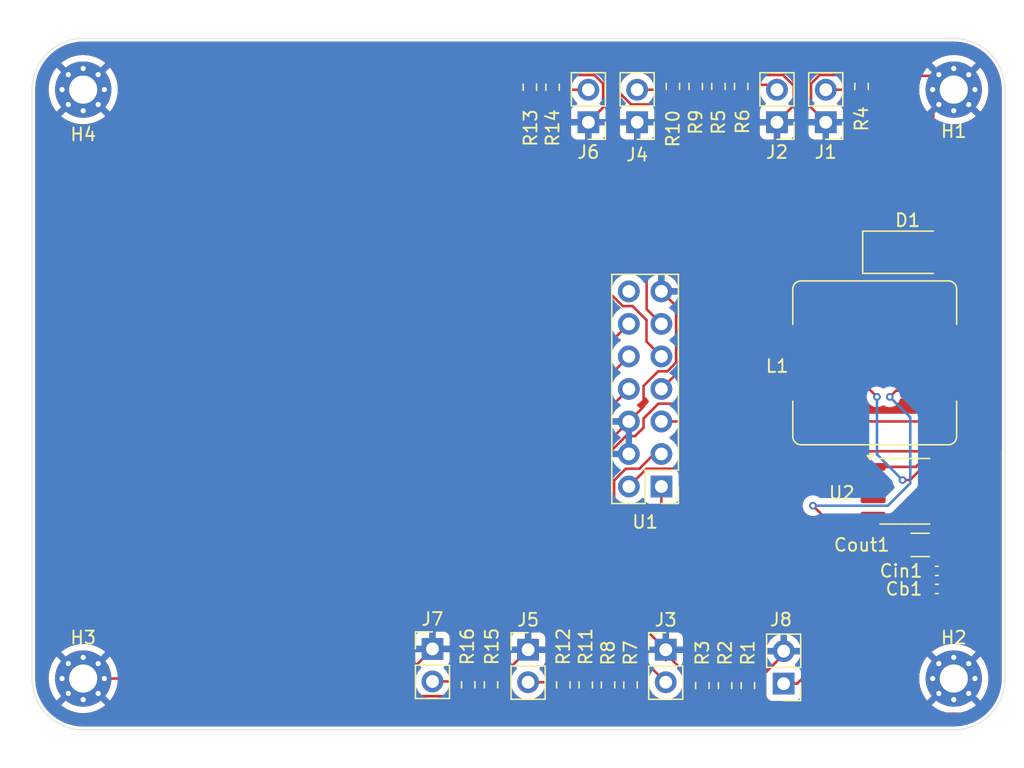
<source format=kicad_pcb>
(kicad_pcb (version 20240108) (generator "pcbnew") (generator_version "8.0")
  (layers (0 "F.Cu" signal) (31 "B.Cu" signal) (34 "B.Paste" user) (35 "F.Paste" user) (36 "B.SilkS" user "B.Silkscreen") (37 "F.SilkS" user "F.Silkscreen") (38 "B.Mask" user) (39 "F.Mask" user) (44 "Edge.Cuts" user))
  (net 0 "")
  (net 1 "Net-(D1-K)")
  (net 2 "Net-(U2-CB)")
  (net 3 "Net-(J8-Pin_1)")
  (net 4 "GND")
  (net 5 "Net-(U1-B+)")
  (net 6 "TXD_MCU_RX_Pin")
  (net 7 "RXD_5V_MCU_TX")
  (net 8 "CD_MCU_GPIO")
  (net 9 "RTS_5V_MCU_GPIO")
  (net 10 "CTS_MCU_GPIO_Input")
  (net 11 "DIAG_RX_5V_MCU_GPIO_INPUT")
  (net 12 "Net-(U1-Interrupt)")
  (net 13 "Net-(U1-RXD)")
  (net 14 "Net-(U1-CD)")
  (net 15 "Net-(U1-RTS)")
  (net 16 "Net-(U1-CTS)")
  (net 20 "Net-(U1-DTR)")
  (net 21 "Net-(U1-TXD)")
  (net 22 "Net-(U1-Diag_RX)")
  (net 23 "Net-(U1-Diag_TX)")
  (net 25 "Diag_TX_MCU_GPIO")
  (footprint "Resistor_SMD:R_0603_1608Metric" (layer "F.Cu") (at 104.14 78.549 90)
    (property "Reference" "R2" (at 2.549 0 90) (layer "F.SilkS"))
    (property "Value" "1K")
    (pad "1" smd roundrect (at -0.825 0 90) (size 0.8 0.95) (layers "F.Cu" "F.Paste" "F.Mask") (net 4 "GND"))
    (pad "2" smd roundrect (at 0.825 0 90) (size 0.8 0.95) (layers "F.Cu" "F.Paste" "F.Mask") (net 20 "Net-(U1-DTR)"))
  )
  (footprint "Connector_PinHeader_2.54mm:PinHeader_1x02_P2.54mm_Vertical" (layer "F.Cu") (at 99.5 75.75)
    (property "Reference" "J3" (at 0 -2.33 0) (layer "F.SilkS"))
    (property "Value" "cd_mcu_gpio")
    (pad "1" thru_hole rect (at 0 0) (size 1.7 1.7) (drill 1) (layers "*.Cu" "*.Mask") (net 4 "GND"))
    (pad "2" thru_hole oval (at 0 2.54) (size 1.7 1.7) (drill 1) (layers "*.Cu" "*.Mask") (net 8 "CD_MCU_GPIO"))
  )
  (footprint "Resistor_SMD:R_0603_1608Metric" (layer "F.Cu") (at 96.75 78.5 -90)
    (property "Reference" "R7" (at -2.5 0 90) (layer "F.SilkS"))
    (property "Value" "2K")
    (pad "1" smd roundrect (at -0.825 0 270) (size 0.8 0.95) (layers "F.Cu" "F.Paste" "F.Mask") (net 14 "Net-(U1-CD)"))
    (pad "2" smd roundrect (at 0.825 0 270) (size 0.8 0.95) (layers "F.Cu" "F.Paste" "F.Mask") (net 4 "GND"))
  )
  (footprint "Resistor_SMD:R_0603_1608Metric" (layer "F.Cu") (at 91.5 78.5 -90)
    (property "Reference" "R12" (at -3 0 90) (layer "F.SilkS"))
    (property "Value" "20K")
    (pad "1" smd roundrect (at -0.825 0 270) (size 0.8 0.95) (layers "F.Cu" "F.Paste" "F.Mask") (net 10 "CTS_MCU_GPIO_Input"))
    (pad "2" smd roundrect (at 0.825 0 270) (size 0.8 0.95) (layers "F.Cu" "F.Paste" "F.Mask") (net 4 "GND"))
  )
  (footprint "Connector_PinSocket_2.54mm:PinSocket_2x07_P2.54mm_Vertical" (layer "F.Cu") (at 96.62 63 180)
    (property "Reference" "U1" (at -1.27 -2.77 0) (layer "F.SilkS"))
    (property "Value" "~")
    (pad "1" thru_hole rect (at -2.54 0 180) (size 1.7 1.7) (drill 1) (layers "*.Cu" "*.Mask") (net 5 "Net-(U1-B+)"))
    (pad "2" thru_hole oval (at 0 0 180) (size 1.7 1.7) (drill 1) (layers "*.Cu" "*.Mask") (net 12 "Net-(U1-Interrupt)"))
    (pad "3" thru_hole oval (at -2.54 2.54 180) (size 1.7 1.7) (drill 1) (layers "*.Cu" "*.Mask") (net 20 "Net-(U1-DTR)"))
    (pad "4" thru_hole oval (at 0 2.54 180) (size 1.7 1.7) (drill 1) (layers "*.Cu" "*.Mask") (net 4 "GND"))
    (pad "5" thru_hole oval (at -2.54 5.08 180) (size 1.7 1.7) (drill 1) (layers "*.Cu" "*.Mask") (net 21 "Net-(U1-TXD)"))
    (pad "6" thru_hole oval (at 0 5.08 180) (size 1.7 1.7) (drill 1) (layers "*.Cu" "*.Mask") (net 4 "GND"))
    (pad "7" thru_hole oval (at -2.54 7.62 180) (size 1.7 1.7) (drill 1) (layers "*.Cu" "*.Mask") (net 13 "Net-(U1-RXD)"))
    (pad "8" thru_hole oval (at 0 7.62 180) (size 1.7 1.7) (drill 1) (layers "*.Cu" "*.Mask") (net 14 "Net-(U1-CD)"))
    (pad "9" thru_hole oval (at -2.54 10.16 180) (size 1.7 1.7) (drill 1) (layers "*.Cu" "*.Mask") (net 15 "Net-(U1-RTS)"))
    (pad "10" thru_hole oval (at 0 10.16 180) (size 1.7 1.7) (drill 1) (layers "*.Cu" "*.Mask") (net 16 "Net-(U1-CTS)"))
    (pad "11" thru_hole oval (at -2.54 12.7 180) (size 1.7 1.7) (drill 1) (layers "*.Cu" "*.Mask") (net 22 "Net-(U1-Diag_RX)"))
    (pad "12" thru_hole oval (at 0 12.7 180) (size 1.7 1.7) (drill 1) (layers "*.Cu" "*.Mask") (net 23 "Net-(U1-Diag_TX)"))
    (pad "13" thru_hole oval (at -2.54 15.24 180) (size 1.7 1.7) (drill 1) (layers "*.Cu" "*.Mask") (net 4 "GND"))
    (pad "14" thru_hole oval (at 0 15.24 180) (size 1.7 1.7) (drill 1) (layers "*.Cu" "*.Mask"))
  )
  (footprint "Diode_SMD:D_SMA" (layer "F.Cu") (at 118.396 44.704)
    (property "Reference" "D1" (at 0 -2.5 0) (layer "F.SilkS"))
    (property "Value" "SS34")
    (pad "1" smd roundrect (at -2 0) (size 2.5 1.8) (layers "F.Cu" "F.Paste" "F.Mask") (roundrect_rratio 0.1388888889) (net 1 "Net-(D1-K)"))
    (pad "2" smd roundrect (at 2 0) (size 2.5 1.8) (layers "F.Cu" "F.Paste" "F.Mask") (roundrect_rratio 0.1388888889) (net 4 "GND"))
  )
  (footprint "Resistor_SMD:R_0603_1608Metric" (layer "F.Cu") (at 94.996 78.5 90)
    (property "Reference" "R8" (at 2.5 0 90) (layer "F.SilkS"))
    (property "Value" "1K")
    (pad "1" smd roundrect (at -0.825 0 90) (size 0.8 0.95) (layers "F.Cu" "F.Paste" "F.Mask") (net 14 "Net-(U1-CD)"))
    (pad "2" smd roundrect (at 0.825 0 90) (size 0.8 0.95) (layers "F.Cu" "F.Paste" "F.Mask") (net 8 "CD_MCU_GPIO"))
  )
  (footprint "MountingHole:MountingHole_2.2mm_M2_Pad_Via" (layer "F.Cu") (at 122 78)
    (property "Reference" "H2" (at 0 -3.2 0) (layer "F.SilkS"))
    (property "Value" "MountingHole_Pad")
    (pad "1" thru_hole circle (at -1.65 0) (size 0.7 0.7) (drill 0.4) (layers "*.Cu" "*.Mask") (net 4 "GND"))
    (pad "1" thru_hole circle (at -1.166726 -1.166726) (size 0.7 0.7) (drill 0.4) (layers "*.Cu" "*.Mask") (net 4 "GND"))
    (pad "1" thru_hole circle (at -1.166726 1.166726) (size 0.7 0.7) (drill 0.4) (layers "*.Cu" "*.Mask") (net 4 "GND"))
    (pad "1" thru_hole circle (at 0 -1.65) (size 0.7 0.7) (drill 0.4) (layers "*.Cu" "*.Mask") (net 4 "GND"))
    (pad "1" thru_hole circle (at 0 0) (size 4.4 4.4) (drill 2.2) (layers "*.Cu" "*.Mask") (net 4 "GND"))
    (pad "1" thru_hole circle (at 0 1.65) (size 0.7 0.7) (drill 0.4) (layers "*.Cu" "*.Mask") (net 4 "GND"))
    (pad "1" thru_hole circle (at 1.166726 -1.166726) (size 0.7 0.7) (drill 0.4) (layers "*.Cu" "*.Mask") (net 4 "GND"))
    (pad "1" thru_hole circle (at 1.166726 1.166726) (size 0.7 0.7) (drill 0.4) (layers "*.Cu" "*.Mask") (net 4 "GND"))
    (pad "1" thru_hole circle (at 1.65 0) (size 0.7 0.7) (drill 0.4) (layers "*.Cu" "*.Mask") (net 4 "GND"))
  )
  (footprint "Connector_PinHeader_2.54mm:PinHeader_1x02_P2.54mm_Vertical" (layer "F.Cu") (at 81.28 75.687)
    (property "Reference" "J7" (at 0 -2.33 0) (layer "F.SilkS"))
    (property "Value" "diag_rx_mcu_gpio")
    (pad "1" thru_hole rect (at 0 0) (size 1.7 1.7) (drill 1) (layers "*.Cu" "*.Mask") (net 4 "GND"))
    (pad "2" thru_hole oval (at 0 2.54) (size 1.7 1.7) (drill 1) (layers "*.Cu" "*.Mask") (net 25 "Diag_TX_MCU_GPIO"))
  )
  (footprint "Resistor_SMD:R_0603_1608Metric" (layer "F.Cu") (at 88.886 31.813 90)
    (property "Reference" "R13" (at -3.187 0.058 90) (layer "F.SilkS"))
    (property "Value" "10K")
    (pad "1" smd roundrect (at -0.825 0 90) (size 0.8 0.95) (layers "F.Cu" "F.Paste" "F.Mask") (net 22 "Net-(U1-Diag_RX)"))
    (pad "2" smd roundrect (at 0.825 0 90) (size 0.8 0.95) (layers "F.Cu" "F.Paste" "F.Mask") (net 11 "DIAG_RX_5V_MCU_GPIO_INPUT"))
  )
  (footprint "Connector_PinHeader_2.54mm:PinHeader_1x02_P2.54mm_Vertical" (layer "F.Cu") (at 108.712 78.4 180)
    (property "Reference" "J8" (at 0.212 5 180) (layer "F.SilkS"))
    (property "Value" "Input (9-36V)")
    (pad "1" thru_hole rect (at 0 0 180) (size 1.7 1.7) (drill 1) (layers "*.Cu" "*.Mask") (net 3 "Net-(J8-Pin_1)"))
    (pad "2" thru_hole oval (at 0 2.54 180) (size 1.7 1.7) (drill 1) (layers "*.Cu" "*.Mask") (net 4 "GND"))
  )
  (footprint "Resistor_SMD:R_0603_1608Metric" (layer "F.Cu") (at 101.84 31.75 90)
    (property "Reference" "R9" (at -2.794 0 90) (layer "F.SilkS"))
    (property "Value" "20K")
    (pad "1" smd roundrect (at -0.825 0 90) (size 0.8 0.95) (layers "F.Cu" "F.Paste" "F.Mask") (net 15 "Net-(U1-RTS)"))
    (pad "2" smd roundrect (at 0.825 0 90) (size 0.8 0.95) (layers "F.Cu" "F.Paste" "F.Mask") (net 4 "GND"))
  )
  (footprint "Resistor_SMD:R_0603_1608Metric" (layer "F.Cu") (at 100.062 31.75 90)
    (property "Reference" "R10" (at -3.302 0 90) (layer "F.SilkS"))
    (property "Value" "10K")
    (pad "1" smd roundrect (at -0.825 0 90) (size 0.8 0.95) (layers "F.Cu" "F.Paste" "F.Mask") (net 15 "Net-(U1-RTS)"))
    (pad "2" smd roundrect (at 0.825 0 90) (size 0.8 0.95) (layers "F.Cu" "F.Paste" "F.Mask") (net 9 "RTS_5V_MCU_GPIO"))
  )
  (footprint "Capacitor_SMD:C_1206_3216Metric" (layer "F.Cu") (at 119.38 67.564 180)
    (property "Reference" "Cout1" (at 4.572 0 0) (layer "F.SilkS"))
    (property "Value" "68u")
    (pad "1" smd roundrect (at -1.475 0 180) (size 1.15 1.8) (layers "F.Cu" "F.Paste" "F.Mask") (roundrect_rratio 0.217391) (net 4 "GND"))
    (pad "2" smd roundrect (at 1.475 0 180) (size 1.15 1.8) (layers "F.Cu" "F.Paste" "F.Mask") (roundrect_rratio 0.217391) (net 5 "Net-(U1-B+)"))
  )
  (footprint "Resistor_SMD:R_0603_1608Metric" (layer "F.Cu") (at 114.794 31.75 90)
    (property "Reference" "R4" (at -2.54 0 90) (layer "F.SilkS"))
    (property "Value" "2K")
    (pad "1" smd roundrect (at -0.825 0 90) (size 0.8 0.95) (layers "F.Cu" "F.Paste" "F.Mask") (net 6 "TXD_MCU_RX_Pin"))
    (pad "2" smd roundrect (at 0.825 0 90) (size 0.8 0.95) (layers "F.Cu" "F.Paste" "F.Mask") (net 4 "GND"))
  )
  (footprint "Resistor_SMD:R_0603_1608Metric" (layer "F.Cu") (at 103.618 31.75 90)
    (property "Reference" "R5" (at -2.794 0 90) (layer "F.SilkS"))
    (property "Value" "1K")
    (pad "1" smd roundrect (at -0.825 0 90) (size 0.8 0.95) (layers "F.Cu" "F.Paste" "F.Mask") (net 13 "Net-(U1-RXD)"))
    (pad "2" smd roundrect (at 0.825 0 90) (size 0.8 0.95) (layers "F.Cu" "F.Paste" "F.Mask") (net 7 "RXD_5V_MCU_TX"))
  )
  (footprint "Resistor_SMD:R_0603_1608Metric" (layer "F.Cu") (at 105.396 31.75 90)
    (property "Reference" "R6" (at -2.75 0.104 90) (layer "F.SilkS"))
    (property "Value" "2K")
    (pad "1" smd roundrect (at -0.825 0 90) (size 0.8 0.95) (layers "F.Cu" "F.Paste" "F.Mask") (net 13 "Net-(U1-RXD)"))
    (pad "2" smd roundrect (at 0.825 0 90) (size 0.8 0.95) (layers "F.Cu" "F.Paste" "F.Mask") (net 4 "GND"))
  )
  (footprint "Resistor_SMD:R_0603_1608Metric" (layer "F.Cu") (at 90.664 31.813 90)
    (property "Reference" "R14" (at -3.187 0 90) (layer "F.SilkS"))
    (property "Value" "20K")
    (pad "1" smd roundrect (at -0.825 0 90) (size 0.8 0.95) (layers "F.Cu" "F.Paste" "F.Mask") (net 11 "DIAG_RX_5V_MCU_GPIO_INPUT"))
    (pad "2" smd roundrect (at 0.825 0 90) (size 0.8 0.95) (layers "F.Cu" "F.Paste" "F.Mask") (net 4 "GND"))
  )
  (footprint "Connector_PinHeader_2.54mm:PinHeader_1x02_P2.54mm_Vertical" (layer "F.Cu") (at 108.19 34.549 180)
    (property "Reference" "J2" (at 0 -2.33 0) (layer "F.SilkS"))
    (property "Value" "rxd_5V_mcu_tx")
    (pad "1" thru_hole rect (at 0 0 180) (size 1.7 1.7) (drill 1) (layers "*.Cu" "*.Mask") (net 4 "GND"))
    (pad "2" thru_hole oval (at 0 2.54 180) (size 1.7 1.7) (drill 1) (layers "*.Cu" "*.Mask") (net 7 "RXD_5V_MCU_TX"))
  )
  (footprint "Connector_PinHeader_2.54mm:PinHeader_1x02_P2.54mm_Vertical" (layer "F.Cu") (at 88.75 75.75)
    (property "Reference" "J5" (at 0 -2.33 0) (layer "F.SilkS"))
    (property "Value" "cts_mcu_gpio_input")
    (pad "1" thru_hole rect (at 0 0) (size 1.7 1.7) (drill 1) (layers "*.Cu" "*.Mask") (net 4 "GND"))
    (pad "2" thru_hole oval (at 0 2.54) (size 1.7 1.7) (drill 1) (layers "*.Cu" "*.Mask") (net 10 "CTS_MCU_GPIO_Input"))
  )
  (footprint "Capacitor_SMD:C_0402_1005Metric" (layer "F.Cu") (at 120.678 69.596)
    (property "Reference" "Cin1" (at -2.794 0 0) (layer "F.SilkS"))
    (property "Value" "100u")
    (pad "1" smd roundrect (at -0.48 0) (size 0.56 0.62) (layers "F.Cu" "F.Paste" "F.Mask") (net 4 "GND"))
    (pad "2" smd roundrect (at 0.48 0) (size 0.56 0.62) (layers "F.Cu" "F.Paste" "F.Mask") (net 3 "Net-(J8-Pin_1)"))
  )
  (footprint "Capacitor_SMD:C_0402_1005Metric" (layer "F.Cu") (at 120.678 71)
    (property "Reference" "Cb1" (at -2.568 0 0) (layer "F.SilkS"))
    (property "Value" "10n")
    (pad "1" smd roundrect (at -0.48 0) (size 0.56 0.62) (layers "F.Cu" "F.Paste" "F.Mask") (net 2 "Net-(U2-CB)"))
    (pad "2" smd roundrect (at 0.48 0) (size 0.56 0.62) (layers "F.Cu" "F.Paste" "F.Mask") (net 1 "Net-(D1-K)"))
  )
  (footprint "Resistor_SMD:R_0603_1608Metric" (layer "F.Cu") (at 105.918 78.549 -90)
    (property "Reference" "R1" (at -2.549 0 90) (layer "F.SilkS"))
    (property "Value" "10K")
    (pad "1" smd roundrect (at -0.825 0 270) (size 0.8 0.95) (layers "F.Cu" "F.Paste" "F.Mask") (net 5 "Net-(U1-B+)"))
    (pad "2" smd roundrect (at 0.825 0 270) (size 0.8 0.95) (layers "F.Cu" "F.Paste" "F.Mask") (net 12 "Net-(U1-Interrupt)"))
  )
  (footprint "Connector_PinHeader_2.54mm:PinHeader_1x02_P2.54mm_Vertical" (layer "F.Cu") (at 93.458 34.549 180)
    (property "Reference" "J6" (at 0 -2.33 0) (layer "F.SilkS"))
    (property "Value" "diag_rx_5V_mcu_gpio_input")
    (pad "1" thru_hole rect (at 0 0 180) (size 1.7 1.7) (drill 1) (layers "*.Cu" "*.Mask") (net 4 "GND"))
    (pad "2" thru_hole oval (at 0 2.54 180) (size 1.7 1.7) (drill 1) (layers "*.Cu" "*.Mask") (net 11 "DIAG_RX_5V_MCU_GPIO_INPUT"))
  )
  (footprint "MountingHole:MountingHole_2.2mm_M2_Pad_Via" (layer "F.Cu") (at 122 32)
    (property "Reference" "H1" (at 0 3.25 0) (layer "F.SilkS"))
    (property "Value" "MountingHole_Pad")
    (pad "1" thru_hole circle (at -1.65 0) (size 0.7 0.7) (drill 0.4) (layers "*.Cu" "*.Mask") (net 4 "GND"))
    (pad "1" thru_hole circle (at -1.166726 -1.166726) (size 0.7 0.7) (drill 0.4) (layers "*.Cu" "*.Mask") (net 4 "GND"))
    (pad "1" thru_hole circle (at -1.166726 1.166726) (size 0.7 0.7) (drill 0.4) (layers "*.Cu" "*.Mask") (net 4 "GND"))
    (pad "1" thru_hole circle (at 0 -1.65) (size 0.7 0.7) (drill 0.4) (layers "*.Cu" "*.Mask") (net 4 "GND"))
    (pad "1" thru_hole circle (at 0 0) (size 4.4 4.4) (drill 2.2) (layers "*.Cu" "*.Mask") (net 4 "GND"))
    (pad "1" thru_hole circle (at 0 1.65) (size 0.7 0.7) (drill 0.4) (layers "*.Cu" "*.Mask") (net 4 "GND"))
    (pad "1" thru_hole circle (at 1.166726 -1.166726) (size 0.7 0.7) (drill 0.4) (layers "*.Cu" "*.Mask") (net 4 "GND"))
    (pad "1" thru_hole circle (at 1.166726 1.166726) (size 0.7 0.7) (drill 0.4) (layers "*.Cu" "*.Mask") (net 4 "GND"))
    (pad "1" thru_hole circle (at 1.65 0) (size 0.7 0.7) (drill 0.4) (layers "*.Cu" "*.Mask") (net 4 "GND"))
  )
  (footprint "Resistor_SMD:R_0603_1608Metric" (layer "F.Cu") (at 93.25 78.5 -90)
    (property "Reference" "R11" (at -3 0 -90) (layer "F.SilkS"))
    (property "Value" "10K")
    (pad "1" smd roundrect (at -0.825 0 270) (size 0.8 0.95) (layers "F.Cu" "F.Paste" "F.Mask") (net 16 "Net-(U1-CTS)"))
    (pad "2" smd roundrect (at 0.825 0 270) (size 0.8 0.95) (layers "F.Cu" "F.Paste" "F.Mask") (net 10 "CTS_MCU_GPIO_Input"))
  )
  (footprint "Package_SO:SOIC-8_3.9x4.9mm_P1.27mm" (layer "F.Cu") (at 118.175 63.373)
    (property "Reference" "U2" (at -4.925 0.127 0) (layer "F.SilkS"))
    (property "Value" "LM2675M-5")
    (pad "1" smd roundrect (at -2.475 -1.905) (size 1.95 0.6) (layers "F.Cu" "F.Paste" "F.Mask") (net 2 "Net-(U2-CB)"))
    (pad "2" smd roundrect (at -2.475 -0.635) (size 1.95 0.6) (layers "F.Cu" "F.Paste" "F.Mask"))
    (pad "3" smd roundrect (at -2.475 0.635) (size 1.95 0.6) (layers "F.Cu" "F.Paste" "F.Mask"))
    (pad "4" smd roundrect (at -2.475 1.905) (size 1.95 0.6) (layers "F.Cu" "F.Paste" "F.Mask") (net 5 "Net-(U1-B+)"))
    (pad "5" smd roundrect (at 2.475 1.905) (size 1.95 0.6) (layers "F.Cu" "F.Paste" "F.Mask"))
    (pad "6" smd roundrect (at 2.475 0.635) (size 1.95 0.6) (layers "F.Cu" "F.Paste" "F.Mask") (net 4 "GND"))
    (pad "7" smd roundrect (at 2.475 -0.635) (size 1.95 0.6) (layers "F.Cu" "F.Paste" "F.Mask") (net 3 "Net-(J8-Pin_1)"))
    (pad "8" smd roundrect (at 2.475 -1.905) (size 1.95 0.6) (layers "F.Cu" "F.Paste" "F.Mask") (net 1 "Net-(D1-K)"))
  )
  (footprint "Connector_PinHeader_2.54mm:PinHeader_1x02_P2.54mm_Vertical" (layer "F.Cu") (at 97.268 34.549 180)
    (property "Reference" "J4" (at 0 -2.54 0) (layer "F.SilkS"))
    (property "Value" "rts_5V_mcu_gpio")
    (pad "1" thru_hole rect (at 0 0 180) (size 1.7 1.7) (drill 1) (layers "*.Cu" "*.Mask") (net 4 "GND"))
    (pad "2" thru_hole oval (at 0 2.54 180) (size 1.7 1.7) (drill 1) (layers "*.Cu" "*.Mask") (net 9 "RTS_5V_MCU_GPIO"))
  )
  (footprint "MountingHole:MountingHole_2.2mm_M2_Pad_Via" (layer "F.Cu") (at 54 78)
    (property "Reference" "H3" (at 0 -3.2 0) (layer "F.SilkS"))
    (property "Value" "MountingHole_Pad")
    (pad "1" thru_hole circle (at -1.65 0) (size 0.7 0.7) (drill 0.4) (layers "*.Cu" "*.Mask") (net 4 "GND"))
    (pad "1" thru_hole circle (at -1.166726 -1.166726) (size 0.7 0.7) (drill 0.4) (layers "*.Cu" "*.Mask") (net 4 "GND"))
    (pad "1" thru_hole circle (at -1.166726 1.166726) (size 0.7 0.7) (drill 0.4) (layers "*.Cu" "*.Mask") (net 4 "GND"))
    (pad "1" thru_hole circle (at 0 -1.65) (size 0.7 0.7) (drill 0.4) (layers "*.Cu" "*.Mask") (net 4 "GND"))
    (pad "1" thru_hole circle (at 0 0) (size 4.4 4.4) (drill 2.2) (layers "*.Cu" "*.Mask") (net 4 "GND"))
    (pad "1" thru_hole circle (at 0 1.65) (size 0.7 0.7) (drill 0.4) (layers "*.Cu" "*.Mask") (net 4 "GND"))
    (pad "1" thru_hole circle (at 1.166726 -1.166726) (size 0.7 0.7) (drill 0.4) (layers "*.Cu" "*.Mask") (net 4 "GND"))
    (pad "1" thru_hole circle (at 1.166726 1.166726) (size 0.7 0.7) (drill 0.4) (layers "*.Cu" "*.Mask") (net 4 "GND"))
    (pad "1" thru_hole circle (at 1.65 0) (size 0.7 0.7) (drill 0.4) (layers "*.Cu" "*.Mask") (net 4 "GND"))
  )
  (footprint "Resistor_SMD:R_0603_1608Metric" (layer "F.Cu") (at 102.362 78.549 90)
    (property "Reference" "R3" (at 2.549 0 90) (layer "F.SilkS"))
    (property "Value" "1K")
    (pad "1" smd roundrect (at -0.825 0 90) (size 0.8 0.95) (layers "F.Cu" "F.Paste" "F.Mask") (net 21 "Net-(U1-TXD)"))
    (pad "2" smd roundrect (at 0.825 0 90) (size 0.8 0.95) (layers "F.Cu" "F.Paste" "F.Mask") (net 6 "TXD_MCU_RX_Pin"))
  )
  (footprint "MountingHole:MountingHole_2.2mm_M2_Pad_Via" (layer "F.Cu") (at 54 32)
    (property "Reference" "H4" (at 0 3.5 0) (layer "F.SilkS"))
    (property "Value" "MountingHole_Pad")
    (pad "1" thru_hole circle (at -1.65 0) (size 0.7 0.7) (drill 0.4) (layers "*.Cu" "*.Mask") (net 4 "GND"))
    (pad "1" thru_hole circle (at -1.166726 -1.166726) (size 0.7 0.7) (drill 0.4) (layers "*.Cu" "*.Mask") (net 4 "GND"))
    (pad "1" thru_hole circle (at -1.166726 1.166726) (size 0.7 0.7) (drill 0.4) (layers "*.Cu" "*.Mask") (net 4 "GND"))
    (pad "1" thru_hole circle (at 0 -1.65) (size 0.7 0.7) (drill 0.4) (layers "*.Cu" "*.Mask") (net 4 "GND"))
    (pad "1" thru_hole circle (at 0 0) (size 4.4 4.4) (drill 2.2) (layers "*.Cu" "*.Mask") (net 4 "GND"))
    (pad "1" thru_hole circle (at 0 1.65) (size 0.7 0.7) (drill 0.4) (layers "*.Cu" "*.Mask") (net 4 "GND"))
    (pad "1" thru_hole circle (at 1.166726 -1.166726) (size 0.7 0.7) (drill 0.4) (layers "*.Cu" "*.Mask") (net 4 "GND"))
    (pad "1" thru_hole circle (at 1.166726 1.166726) (size 0.7 0.7) (drill 0.4) (layers "*.Cu" "*.Mask") (net 4 "GND"))
    (pad "1" thru_hole circle (at 1.65 0) (size 0.7 0.7) (drill 0.4) (layers "*.Cu" "*.Mask") (net 4 "GND"))
  )
  (footprint "Inductor_SMD:L_Bourns_SRR1260" (layer "F.Cu") (at 115.824 53.34)
    (property "Reference" "L1" (at -7.62 0.254 0) (layer "F.SilkS"))
    (property "Value" "47u")
    (pad "1" smd rect (at -4.85 0) (size 2.9 5.4) (layers "F.Cu" "F.Paste" "F.Mask") (net 1 "Net-(D1-K)"))
    (pad "2" smd rect (at 4.85 0) (size 2.9 5.4) (layers "F.Cu" "F.Paste" "F.Mask") (net 5 "Net-(U1-B+)"))
  )
  (footprint "Resistor_SMD:R_0603_1608Metric" (layer "F.Cu") (at 84.074 78.486 -90)
    (property "Reference" "R16" (at -2.986 0.074 90) (layer "F.SilkS"))
    (property "Value" "20K")
    (pad "1" smd roundrect (at -0.825 0 270) (size 0.8 0.95) (layers "F.Cu" "F.Paste" "F.Mask") (net 25 "Diag_TX_MCU_GPIO"))
    (pad "2" smd roundrect (at 0.825 0 270) (size 0.8 0.95) (layers "F.Cu" "F.Paste" "F.Mask") (net 4 "GND"))
  )
  (footprint "Connector_PinHeader_2.54mm:PinHeader_1x02_P2.54mm_Vertical" (layer "F.Cu") (at 112 34.549 180)
    (property "Reference" "J1" (at 0 -2.33 0) (layer "F.SilkS"))
    (property "Value" "txd_mcu_rx_pin")
    (pad "1" thru_hole rect (at 0 0 180) (size 1.7 1.7) (drill 1) (layers "*.Cu" "*.Mask") (net 4 "GND"))
    (pad "2" thru_hole oval (at 0 2.54 180) (size 1.7 1.7) (drill 1) (layers "*.Cu" "*.Mask") (net 6 "TXD_MCU_RX_Pin"))
  )
  (footprint "Resistor_SMD:R_0603_1608Metric" (layer "F.Cu") (at 85.852 78.486 -90)
    (property "Reference" "R15" (at -2.986 -0.07 -90) (layer "F.SilkS"))
    (property "Value" "10K")
    (pad "1" smd roundrect (at -0.825 0 270) (size 0.8 0.95) (layers "F.Cu" "F.Paste" "F.Mask") (net 23 "Net-(U1-Diag_TX)"))
    (pad "2" smd roundrect (at 0.825 0 270) (size 0.8 0.95) (layers "F.Cu" "F.Paste" "F.Mask") (net 25 "Diag_TX_MCU_GPIO"))
  )
  (gr_line (start 126 32) (end 126 78) (stroke (width 0.05)) (layer "Edge.Cuts"))
  (gr_arc (start 54 82) (mid 51.171573 80.828427) (end 50 78) (stroke (width 0.05)) (layer "Edge.Cuts"))
  (gr_line (start 54 82) (end 122 82) (stroke (width 0.05)) (layer "Edge.Cuts"))
  (gr_arc (start 126 78) (mid 124.828427 80.828427) (end 122 82) (stroke (width 0.05)) (layer "Edge.Cuts"))
  (gr_arc (start 50 32) (mid 51.171573 29.171573) (end 54 28) (stroke (width 0.05)) (layer "Edge.Cuts"))
  (gr_arc (start 122 28) (mid 124.828427 29.171573) (end 126 32) (stroke (width 0.05)) (layer "Edge.Cuts"))
  (gr_line (start 50 78) (end 50 32) (stroke (width 0.05)) (layer "Edge.Cuts"))
  (gr_line (start 54 28) (end 122 28) (stroke (width 0.05)) (layer "Edge.Cuts"))
  (segment (start 124 63.843001) (end 121.624999 61.468) (width 0.2) (layer "F.Cu") (net 1))
  (segment (start 124 68.158) (end 124 63.843001) (width 0.2) (layer "F.Cu") (net 1))
  (segment (start 116.396 44.704) (end 116.396 47.918) (width 0.2) (layer "F.Cu") (net 1))
  (segment (start 118.568134 62.5) (end 119.600134 61.468) (width 0.2) (layer "F.Cu") (net 1))
  (segment (start 121.624999 61.468) (end 120.65 61.468) (width 0.2) (layer "F.Cu") (net 1))
  (segment (start 116.396 47.918) (end 110.974 53.34) (width 0.2) (layer "F.Cu") (net 1))
  (segment (start 119.600134 61.468) (end 120.65 61.468) (width 0.2) (layer "F.Cu") (net 1))
  (segment (start 121.158 71) (end 121.158 70.842) (width 0.2) (layer "F.Cu") (net 1))
  (segment (start 118 62.5) (end 118.568134 62.5) (width 0.2) (layer "F.Cu") (net 1))
  (segment (start 113.34 53.34) (end 116 56) (width 0.2) (layer "F.Cu") (net 1))
  (segment (start 121.158 71) (end 124 68.158) (width 0.2) (layer "F.Cu") (net 1))
  (segment (start 110.974 53.34) (end 113.34 53.34) (width 0.2) (layer "F.Cu") (net 1))
  (via (at 118 62.5) (size 0.6) (drill 0.3) (layers "F.Cu" "B.Cu") (net 1))
  (via (at 116 56) (size 0.6) (drill 0.3) (layers "F.Cu" "B.Cu") (net 1))
  (segment (start 116 60.5) (end 118 62.5) (width 0.2) (layer "B.Cu") (net 1))
  (segment (start 116 56) (end 116 60.5) (width 0.2) (layer "B.Cu") (net 1))
  (segment (start 120.198 71) (end 120.198 71.698) (width 0.2) (layer "F.Cu") (net 2))
  (segment (start 123 73) (end 124.4 71.6) (width 0.2) (layer "F.Cu") (net 2))
  (segment (start 119.634448 60.868) (end 119.034448 61.468) (width 0.2) (layer "F.Cu") (net 2))
  (segment (start 119.034448 61.468) (end 115.7 61.468) (width 0.2) (layer "F.Cu") (net 2))
  (segment (start 121.5 73) (end 123 73) (width 0.2) (layer "F.Cu") (net 2))
  (segment (start 121.665552 60.868) (end 119.634448 60.868) (width 0.2) (layer "F.Cu") (net 2))
  (segment (start 124.4 63.602448) (end 121.665552 60.868) (width 0.2) (layer "F.Cu") (net 2))
  (segment (start 124.4 71.6) (end 124.4 63.602448) (width 0.2) (layer "F.Cu") (net 2))
  (segment (start 120.198 71.698) (end 121.5 73) (width 0.2) (layer "F.Cu") (net 2))
  (segment (start 121.158 69.596) (end 123.5 67.254) (width 0.2) (layer "F.Cu") (net 3))
  (segment (start 108.712 78.29) (end 108.578 78.424) (width 0.2) (layer "F.Cu") (net 3))
  (segment (start 123.5 64.434314) (end 121.803686 62.738) (width 0.2) (layer "F.Cu") (net 3))
  (segment (start 119.375 63.667448) (end 120.304448 62.738) (width 0.2) (layer "F.Cu") (net 3))
  (segment (start 108.712 78.4) (end 109.762 78.4) (width 0.2) (layer "F.Cu") (net 3))
  (segment (start 119.375 68.787) (end 119.375 63.667448) (width 0.2) (layer "F.Cu") (net 3))
  (segment (start 121.803686 62.738) (end 120.65 62.738) (width 0.2) (layer "F.Cu") (net 3))
  (segment (start 120.304448 62.738) (end 120.65 62.738) (width 0.2) (layer "F.Cu") (net 3))
  (segment (start 123.5 67.254) (end 123.5 64.434314) (width 0.2) (layer "F.Cu") (net 3))
  (segment (start 109.002 78) (end 108.712 78.29) (width 0.2) (layer "F.Cu") (net 3))
  (segment (start 109.762 78.4) (end 119.375 68.787) (width 0.2) (layer "F.Cu") (net 3))
  (segment (start 99.16 36.442648) (end 99.16 47.76) (width 0.2) (layer "F.Cu") (net 4))
  (segment (start 121.624999 64.008) (end 121.925 64.308001) (width 0.2) (layer "F.Cu") (net 4))
  (segment (start 120.396 33.604) (end 122 32) (width 0.2) (layer "F.Cu") (net 4))
  (segment (start 121.925 66.494) (end 120.855 67.564) (width 0.2) (layer "F.Cu") (net 4))
  (segment (start 100.31 53.316346) (end 99.626346 54) (width 0.2) (layer "F.Cu") (net 4))
  (segment (start 120.396 44.704) (end 120.396 33.604) (width 0.2) (layer "F.Cu") (net 4))
  (segment (start 91.5 79.325) (end 90.825 80) (width 0.2) (layer "F.Cu") (net 4))
  (segment (start 78.967 78) (end 81.28 75.687) (width 0.2) (layer "F.Cu") (net 4))
  (segment (start 103.44 78.674) (end 104.14 79.374) (width 0.2) (layer "F.Cu") (net 4))
  (segment (start 120.198 69.596) (end 119.618 70.176) (width 0.2) (layer "F.Cu") (net 4))
  (segment (start 99.5 75.75) (end 94.621 70.871) (width 0.2) (layer "F.Cu") (net 4))
  (segment (start 102.843 32.759648) (end 102.843 31.928) (width 0.2) (layer "F.Cu") (net 4))
  (segment (start 84.074 79.311) (end 84.008 79.377) (width 0.2) (layer "F.Cu") (net 4))
  (segment (start 97 80.5) (end 101 80.5) (width 0.2) (layer "F.Cu") (net 4))
  (segment (start 90.825 80) (end 86.5 80) (width 0.2) (layer "F.Cu") (net 4))
  (segment (start 102.843 31.928) (end 101.84 30.925) (width 0.2) (layer "F.Cu") (net 4))
  (segment (start 120.925 30.925) (end 122 32) (width 0.2) (layer "F.Cu") (net 4))
  (segment (start 109.5 31.692654) (end 109.5 33.239) (width 0.2) (layer "F.Cu") (net 4))
  (segment (start 102.124352 78.674) (end 103 78.674) (width 0.2) (layer "F.Cu") (net 4))
  (segment (start 120.65 64.008) (end 121.624999 64.008) (width 0.2) (layer "F.Cu") (net 4))
  (segment (start 99.5 76.575) (end 99.5 75.75) (width 0.2) (layer "F.Cu") (net 4))
  (segment (start 56.199999 29.800001) (end 100.715001 29.800001) (width 0.2) (layer "F.Cu") (net 4))
  (segment (start 101.874352 78.674) (end 103 78.674) (width 0.2) (layer "F.Cu") (net 4))
  (segment (start 121.925 64.308001) (end 121.925 66.494) (width 0.2) (layer "F.Cu") (net 4))
  (segment (start 119.618 75.618) (end 122 78) (width 0.2) (layer "F.Cu") (net 4))
  (segment (start 99.5 76.049648) (end 102.124352 78.674) (width 0.2) (layer "F.Cu") (net 4))
  (segment (start 108.666346 30.859) (end 109.5 31.692654) (width 0.2) (layer "F.Cu") (net 4))
  (segment (start 54 78) (end 77.75 78) (width 0.2) (layer "F.Cu") (net 4))
  (segment (start 100.715001 29.800001) (end 101.84 30.925) (width 0.2) (layer "F.Cu") (net 4))
  (segment (start 103 78.674) (end 103.44 78.674) (width 0.2) (layer "F.Cu") (net 4))
  (segment (start 96.05 80.025) (end 92.2 80.025) (width 0.2) (layer "F.Cu") (net 4))
  (segment (start 84.774 80.011) (end 84.074 79.311) (width 0.2) (layer "F.Cu") (net 4))
  (segment (start 101.551324 34.051324) (end 102.843 32.759648) (width 0.2) (layer "F.Cu") (net 4))
  (segment (start 99.626346 54) (end 98.913654 54) (width 0.2) (layer "F.Cu") (net 4))
  (segment (start 97.268 34.549) (end 101.053648 34.549) (width 0.2) (layer "F.Cu") (net 4))
  (segment (start 102.54 30.225) (end 104.696 30.225) (width 0.2) (layer "F.Cu") (net 4))
  (segment (start 90.793 30.859) (end 93.934346 30.859) (width 0.2) (layer "F.Cu") (net 4))
  (segment (start 104.84 78.674) (end 104.14 79.374) (width 0.2) (layer "F.Cu") (net 4))
  (segment (start 86.5 80) (end 86.489 80.011) (width 0.2) (layer "F.Cu") (net 4))
  (segment (start 98.913654 54) (end 97.77 55.143654) (width 0.2) (layer "F.Cu") (net 4))
  (segment (start 101.551324 34.051324) (end 99.16 36.442648) (width 0.2) (layer "F.Cu") (net 4))
  (segment (start 111.523654 30.859) (end 114.728 30.859) (width 0.2) (layer "F.Cu") (net 4))
  (segment (start 94.608 33.399) (end 93.458 34.549) (width 0.2) (layer "F.Cu") (net 4))
  (segment (start 108.19 34.549) (end 112 34.549) (width 0.2) (layer "F.Cu") (net 4))
  (segment (start 100.31 48.91) (end 100.31 53.316346) (width 0.2) (layer "F.Cu") (net 4))
  (segment (start 109.5 33.239) (end 108.19 34.549) (width 0.2) (layer "F.Cu") (net 4))
  (segment (start 88.75 75.75) (end 86.627 77.873) (width 0.2) (layer "F.Cu") (net 4))
  (segment (start 54 32) (end 56.199999 29.800001) (width 0.2) (layer "F.Cu") (net 4))
  (segment (start 96.75 79.325) (end 96.05 80.025) (width 0.2) (layer "F.Cu") (net 4))
  (segment (start 96.865 79.44) (end 96.865 80.365) (width 0.2) (layer "F.Cu") (net 4))
  (segment (start 94.621 59.919) (end 96.62 57.92) (width 0.2) (layer "F.Cu") (net 4))
  (segment (start 105.396 30.925) (end 105.871 30.925) (width 0.2) (layer "F.Cu") (net 4))
  (segment (start 120.855 68.939) (end 120.198 69.596) (width 0.2) (layer "F.Cu") (net 4))
  (segment (start 105.871 30.925) (end 105.937 30.859) (width 0.2) (layer "F.Cu") (net 4))
  (segment (start 114.794 30.925) (end 120.925 30.925) (width 0.2) (layer "F.Cu") (net 4))
  (segment (start 101 80.5) (end 101 79.548352) (width 0.2) (layer "F.Cu") (net 4))
  (segment (start 108.712 76.117648) (end 106.155648 78.674) (width 0.2) (layer "F.Cu") (net 4))
  (segment (start 99.5 75.75) (end 99.5 76.049648) (width 0.2) (layer "F.Cu") (net 4))
  (segment (start 122 78) (end 120.054843 79.945157) (width 0.2) (layer "F.Cu") (net 4))
  (segment (start 77.75 78) (end 78.967 78) (width 0.2) (layer "F.Cu") (net 4))
  (segment (start 119.618 70.176) (end 119.618 75.618) (width 0.2) (layer "F.Cu") (net 4))
  (segment (start 93.934346 30.859) (end 94.608 31.532654) (width 0.2) (layer "F.Cu") (net 4))
  (segment (start 99.16 47.76) (end 100.31 48.91) (width 0.2) (layer "F.Cu") (net 4))
  (segment (start 92.2 80.025) (end 91.5 79.325) (width 0.2) (layer "F.Cu") (net 4))
  (segment (start 96.75 79.325) (end 96.865 79.44) (width 0.2) (layer "F.Cu") (net 4))
  (segment (start 84.008 79.377) (end 79.127 79.377) (width 0.2) (layer "F.Cu") (net 4))
  (segment (start 104.696 30.225) (end 105.396 30.925) (width 0.2) (layer "F.Cu") (net 4))
  (segment (start 88.75 75.75) (end 88.75 75.950648) (width 0.2) (layer "F.Cu") (net 4))
  (segment (start 120.054843 79.945157) (end 107.676805 79.945157) (width 0.2) (layer "F.Cu") (net 4))
  (segment (start 101.84 30.925) (end 102.54 30.225) (width 0.2) (layer "F.Cu") (net 4))
  (segment (start 90.664 30.988) (end 90.793 30.859) (width 0.2) (layer "F.Cu") (net 4))
  (segment (start 79.127 79.377) (end 77.75 78) (width 0.2) (layer "F.Cu") (net 4))
  (segment (start 110.85 33.399) (end 110.85 31.532654) (width 0.2) (layer "F.Cu") (net 4))
  (segment (start 97.77 55.143654) (end 97.77 56.77) (width 0.2) (layer "F.Cu") (net 4))
  (segment (start 93.458 34.549) (end 97.268 34.549) (width 0.2) (layer "F.Cu") (net 4))
  (segment (start 120.855 67.564) (end 120.855 68.939) (width 0.2) (layer "F.Cu") (net 4))
  (segment (start 114.728 30.859) (end 114.794 30.925) (width 0.2) (layer "F.Cu") (net 4))
  (segment (start 94.621 70.871) (end 94.621 59.919) (width 0.2) (layer "F.Cu") (net 4))
  (segment (start 101.053648 34.549) (end 101.551324 34.051324) (width 0.2) (layer "F.Cu") (net 4))
  (segment (start 107.676805 79.945157) (end 106.405648 78.674) (width 0.2) (layer "F.Cu") (net 4))
  (segment (start 86.489 80.011) (end 84.774 80.011) (width 0.2) (layer "F.Cu") (net 4))
  (segment (start 96.865 80.365) (end 97 80.5) (width 0.2) (layer "F.Cu") (net 4))
  (segment (start 86.627 77.873) (end 86.627 79.873) (width 0.2) (layer "F.Cu") (net 4))
  (segment (start 112 34.549) (end 110.85 33.399) (width 0.2) (layer "F.Cu") (net 4))
  (segment (start 105.937 30.859) (end 108.666346 30.859) (width 0.2) (layer "F.Cu") (net 4))
  (segment (start 97.77 56.77) (end 96.62 57.92) (width 0.2) (layer "F.Cu") (net 4))
  (segment (start 106.405648 78.674) (end 105.5 78.674) (width 0.2) (layer "F.Cu") (net 4))
  (segment (start 101 79.548352) (end 101.874352 78.674) (width 0.2) (layer "F.Cu") (net 4))
  (segment (start 105.5 78.674) (end 104.84 78.674) (width 0.2) (layer "F.Cu") (net 4))
  (segment (start 94.608 31.532654) (end 94.608 33.399) (width 0.2) (layer "F.Cu") (net 4))
  (segment (start 86.627 79.873) (end 86.5 80) (width 0.2) (layer "F.Cu") (net 4))
  (segment (start 110.85 31.532654) (end 111.523654 30.859) (width 0.2) (layer "F.Cu") (net 4))
  (segment (start 108.712 75.86) (end 108.712 76.117648) (width 0.2) (layer "F.Cu") (net 4))
  (segment (start 106.155648 78.674) (end 105.5 78.674) (width 0.2) (layer "F.Cu") (net 4))
  (segment (start 99.68 47.76) (end 99.7 47.76) (width 0.2) (layer "B.Cu") (net 4))
  (segment (start 96.62 57.92) (end 96.62 60.46) (width 0.2) (layer "B.Cu") (net 4))
  (segment (start 99.16 63) (end 99.16 70.966) (width 0.2) (layer "F.Cu") (net 5))
  (segment (start 111.778 65.278) (end 115.7 65.278) (width 0.2) (layer "F.Cu") (net 5))
  (segment (start 120.674 53.34) (end 118.5 55.514) (width 0.2) (layer "F.Cu") (net 5))
  (segment (start 105.918 74.082) (end 105.918 77.724) (width 0.2) (layer "F.Cu") (net 5))
  (segment (start 107.5 72.5) (end 105.918 74.082) (width 0.2) (layer "F.Cu") (net 5))
  (segment (start 117.905 67.564) (end 115.7 65.359) (width 0.2) (layer "F.Cu") (net 5))
  (segment (start 111 64.5) (end 111.778 65.278) (width 0.2) (layer "F.Cu") (net 5))
  (segment (start 115.7 65.359) (end 115.7 65.278) (width 0.2) (layer "F.Cu") (net 5))
  (segment (start 109.726352 72.5) (end 107.5 72.5) (width 0.2) (layer "F.Cu") (net 5))
  (segment (start 117.486 55.514) (end 117 56) (width 0.2) (layer "F.Cu") (net 5))
  (segment (start 114.662352 67.564) (end 109.726352 72.5) (width 0.2) (layer "F.Cu") (net 5))
  (segment (start 117.905 67.564) (end 114.662352 67.564) (width 0.2) (layer "F.Cu") (net 5))
  (segment (start 118.5 55.514) (end 117.486 55.514) (width 0.2) (layer "F.Cu") (net 5))
  (segment (start 99.16 70.966) (end 105.918 77.724) (width 0.2) (layer "F.Cu") (net 5))
  (via (at 117 56) (size 0.6) (drill 0.3) (layers "F.Cu" "B.Cu") (net 5))
  (via (at 111 64.5) (size 0.6) (drill 0.3) (layers "F.Cu" "B.Cu") (net 5))
  (segment (start 118.6 62.748529) (end 116.848529 64.5) (width 0.2) (layer "B.Cu") (net 5))
  (segment (start 118.6 57.6) (end 118.6 62.748529) (width 0.2) (layer "B.Cu") (net 5))
  (segment (start 117 56) (end 118.6 57.6) (width 0.2) (layer "B.Cu") (net 5))
  (segment (start 116.848529 64.5) (end 111 64.5) (width 0.2) (layer "B.Cu") (net 5))
  (segment (start 100.97 56.53) (end 114.794 42.706) (width 0.2) (layer "F.Cu") (net 6))
  (segment (start 112 32.009) (end 114.228 32.009) (width 0.2) (layer "F.Cu") (net 6))
  (segment (start 95.021 60.432654) (end 96.383654 59.07) (width 0.2) (layer "F.Cu") (net 6))
  (segment (start 114.228 32.009) (end 114.794 32.575) (width 0.2) (layer "F.Cu") (net 6))
  (segment (start 95.021 68.086686) (end 95.021 60.432654) (width 0.2) (layer "F.Cu") (net 6))
  (segment (start 98.923654 56.53) (end 100.97 56.53) (width 0.2) (layer "F.Cu") (net 6))
  (segment (start 114.794 42.706) (end 114.794 32.575) (width 0.2) (layer "F.Cu") (net 6))
  (segment (start 96.383654 59.07) (end 97.096346 59.07) (width 0.2) (layer "F.Cu") (net 6))
  (segment (start 97.096346 59.07) (end 97.77 58.396346) (width 0.2) (layer "F.Cu") (net 6))
  (segment (start 102.362 75.427686) (end 95.021 68.086686) (width 0.2) (layer "F.Cu") (net 6))
  (segment (start 102.362 77.724) (end 102.362 75.427686) (width 0.2) (layer "F.Cu") (net 6))
  (segment (start 97.77 58.396346) (end 97.77 57.683654) (width 0.2) (layer "F.Cu") (net 6))
  (segment (start 97.77 57.683654) (end 98.923654 56.53) (width 0.2) (layer "F.Cu") (net 6))
  (segment (start 108.19 32.009) (end 107.806 31.625) (width 0.2) (layer "F.Cu") (net 7))
  (segment (start 107.806 31.625) (end 104.318 31.625) (width 0.2) (layer "F.Cu") (net 7))
  (segment (start 104.318 31.625) (end 103.618 30.925) (width 0.2) (layer "F.Cu") (net 7))
  (segment (start 98.185 76.975) (end 99.5 78.29) (width 0.2) (layer "F.Cu") (net 8))
  (segment (start 94.996 77.675) (end 95.696 76.975) (width 0.2) (layer "F.Cu") (net 8))
  (segment (start 95.696 76.975) (end 98.185 76.975) (width 0.2) (layer "F.Cu") (net 8))
  (segment (start 98.978 32.009) (end 100.062 30.925) (width 0.2) (layer "F.Cu") (net 9))
  (segment (start 97.268 32.009) (end 98.978 32.009) (width 0.2) (layer "F.Cu") (net 9))
  (segment (start 90.885 78.29) (end 91.5 77.675) (width 0.2) (layer "F.Cu") (net 10))
  (segment (start 88.75 78.29) (end 90.885 78.29) (width 0.2) (layer "F.Cu") (net 10))
  (segment (start 93.25 79.325) (end 93.15 79.325) (width 0.2) (layer "F.Cu") (net 10))
  (segment (start 93.15 79.325) (end 91.5 77.675) (width 0.2) (layer "F.Cu") (net 10))
  (segment (start 88.886 30.988) (end 90.536 32.638) (width 0.2) (layer "F.Cu") (net 11))
  (segment (start 91.293 32.009) (end 90.664 32.638) (width 0.2) (layer "F.Cu") (net 11))
  (segment (start 93.458 32.009) (end 91.293 32.009) (width 0.2) (layer "F.Cu") (net 11))
  (segment (start 90.536 32.638) (end 90.664 32.638) (width 0.2) (layer "F.Cu") (net 11))
  (segment (start 113.942448 61.61) (end 98.01 61.61) (width 0.2) (layer "F.Cu") (net 12))
  (segment (start 107.294 80.75) (end 105.918 79.374) (width 0.2) (layer "F.Cu") (net 12))
  (segment (start 96.62 63) (end 97 63) (width 0.2) (layer "F.Cu") (net 12))
  (segment (start 115.302448 60.25) (end 121.613238 60.25) (width 0.2) (layer "F.Cu") (net 12))
  (segment (start 123.25 80.75) (end 107.294 80.75) (width 0.2) (layer "F.Cu") (net 12))
  (segment (start 124.8 79.2) (end 123.25 80.75) (width 0.2) (layer "F.Cu") (net 12))
  (segment (start 124.8 63.436762) (end 124.8 79.2) (width 0.2) (layer "F.Cu") (net 12))
  (segment (start 98.01 61.61) (end 96.62 63) (width 0.2) (layer "F.Cu") (net 12))
  (segment (start 113.942448 61.61) (end 115.302448 60.25) (width 0.2) (layer "F.Cu") (net 12))
  (segment (start 121.613238 60.25) (end 124.8 63.436762) (width 0.2) (layer "F.Cu") (net 12))
  (segment (start 103.618 48) (end 103.618 32.575) (width 0.2) (layer "F.Cu") (net 13))
  (segment (start 103.618 50.922) (end 103.618 48) (width 0.2) (layer "F.Cu") (net 13))
  (segment (start 99.16 55.38) (end 103.618 50.922) (width 0.2) (layer "F.Cu") (net 13))
  (segment (start 103.618 32.575) (end 105.396 32.575) (width 0.2) (layer "F.Cu") (net 13))
  (segment (start 96.05 78.375) (end 94.508352 78.375) (width 0.2) (layer "F.Cu") (net 14))
  (segment (start 94.025 77.262352) (end 94 77.237352) (width 0.2) (layer "F.Cu") (net 14))
  (segment (start 96.646 77.675) (end 94.996 79.325) (width 0.2) (layer "F.Cu") (net 14))
  (segment (start 96.75 77.675) (end 96.646 77.675) (width 0.2) (layer "F.Cu") (net 14))
  (segment (start 96.75 77.675) (end 96.05 78.375) (width 0.2) (layer "F.Cu") (net 14))
  (segment (start 94 77.237352) (end 94 58) (width 0.2) (layer "F.Cu") (net 14))
  (segment (start 94.025 77.891648) (end 94.025 77.262352) (width 0.2) (layer "F.Cu") (net 14))
  (segment (start 94.508352 78.375) (end 94.025 77.891648) (width 0.2) (layer "F.Cu") (net 14))
  (segment (start 94.996 79.325) (end 95.1 79.325) (width 0.2) (layer "F.Cu") (net 14))
  (segment (start 94 58) (end 96.62 55.38) (width 0.2) (layer "F.Cu") (net 14))
  (segment (start 96.118 32.485346) (end 96.791654 33.159) (width 0.2) (layer "F.Cu") (net 15))
  (segment (start 88.111 40.877346) (end 88.111 30.575352) (width 0.2) (layer "F.Cu") (net 15))
  (segment (start 96.143654 48.91) (end 88.111 40.877346) (width 0.2) (layer "F.Cu") (net 15))
  (segment (start 99.16 52.84) (end 98 51.68) (width 0.2) (layer "F.Cu") (net 15))
  (segment (start 96.118 32.476968) (end 96.118 32.485346) (width 0.2) (layer "F.Cu") (net 15))
  (segment (start 100.062 32.575) (end 101.84 32.575) (width 0.2) (layer "F.Cu") (net 15))
  (segment (start 88.486351 30.200001) (end 93.841033 30.200001) (width 0.2) (layer "F.Cu") (net 15))
  (segment (start 96.791654 33.159) (end 99.478 33.159) (width 0.2) (layer "F.Cu") (net 15))
  (segment (start 98 50) (end 96.91 48.91) (width 0.2) (layer "F.Cu") (net 15))
  (segment (start 99.478 33.159) (end 100.062 32.575) (width 0.2) (layer "F.Cu") (net 15))
  (segment (start 98 51.68) (end 98 50) (width 0.2) (layer "F.Cu") (net 15))
  (segment (start 88.111 30.575352) (end 88.486351 30.200001) (width 0.2) (layer "F.Cu") (net 15))
  (segment (start 93.841033 30.200001) (end 96.118 32.476968) (width 0.2) (layer "F.Cu") (net 15))
  (segment (start 96.91 48.91) (end 96.143654 48.91) (width 0.2) (layer "F.Cu") (net 15))
  (segment (start 93.25 77.675) (end 93.25 56.21) (width 0.2) (layer "F.Cu") (net 16))
  (segment (start 93.25 56.21) (end 96.62 52.84) (width 0.2) (layer "F.Cu") (net 16))
  (segment (start 104.14 77.724) (end 104.14 76.64) (width 0.2) (layer "F.Cu") (net 20))
  (segment (start 95.47 62.523654) (end 96.383654 61.61) (width 0.2) (layer "F.Cu") (net 20))
  (segment (start 98.594314 60.46) (end 99.16 60.46) (width 0.2) (layer "F.Cu") (net 20))
  (segment (start 95.47 67.97) (end 95.47 62.523654) (width 0.2) (layer "F.Cu") (net 20))
  (segment (start 97.444314 61.61) (end 98.594314 60.46) (width 0.2) (layer "F.Cu") (net 20))
  (segment (start 104.14 76.64) (end 95.47 67.97) (width 0.2) (layer "F.Cu") (net 20))
  (segment (start 96.383654 61.61) (end 97.444314 61.61) (width 0.2) (layer "F.Cu") (net 20))
  (segment (start 98.786346 60.46) (end 99.7 60.46) (width 0.2) (layer "F.Cu") (net 20))
  (segment (start 122.42 57.92) (end 99.7 57.92) (width 0.2) (layer "F.Cu") (net 21))
  (segment (start 125.2 60.7) (end 122.42 57.92) (width 0.2) (layer "F.Cu") (net 21))
  (segment (start 102.362 79.374) (end 104.238 81.25) (width 0.2) (layer "F.Cu") (net 21))
  (segment (start 123.646908 81.25) (end 125.2 79.696908) (width 0.2) (layer "F.Cu") (net 21))
  (segment (start 104.238 81.25) (end 123.646908 81.25) (width 0.2) (layer "F.Cu") (net 21))
  (segment (start 125.2 79.696908) (end 125.2 60.7) (width 0.2) (layer "F.Cu") (net 21))
  (segment (start 88.886 32.638) (end 98.55 42.302) (width 0.2) (layer "F.Cu") (net 22))
  (segment (start 98.55 42.302) (end 98.01 42.842) (width 0.2) (layer "F.Cu") (net 22))
  (segment (start 98.01 49.15) (end 99.16 50.3) (width 0.2) (layer "F.Cu") (net 22))
  (segment (start 98.01 42.842) (end 98.01 49.15) (width 0.2) (layer "F.Cu") (net 22))
  (segment (start 91 68.5) (end 91 55.92) (width 0.2) (layer "F.Cu") (net 23))
  (segment (start 85.852 77.661) (end 85.852 73.648) (width 0.2) (layer "F.Cu") (net 23))
  (segment (start 85.852 73.648) (end 91 68.5) (width 0.2) (layer "F.Cu") (net 23))
  (segment (start 91 55.92) (end 96.62 50.3) (width 0.2) (layer "F.Cu") (net 23))
  (segment (start 83.508 78.227) (end 84.074 77.661) (width 0.2) (layer "F.Cu") (net 25))
  (segment (start 85.852 79.311) (end 85.724 79.311) (width 0.2) (layer "F.Cu") (net 25))
  (segment (start 85.724 79.311) (end 84.074 77.661) (width 0.2) (layer "F.Cu") (net 25))
  (segment (start 81.28 78.227) (end 83.508 78.227) (width 0.2) (layer "F.Cu") (net 25))
  (zone (net 4) (net_name "GND") (layers "F&B.Cu") (connect_pads (clearance 0.5)) (min_thickness 0.25) (fill yes (thermal_gap 0.5) (thermal_bridge_width 0.5))
    (polygon (pts (xy 47.5 25) (xy 127.5 25) (xy 127.5 85) (xy 47.5 85)))
  )
)
</source>
